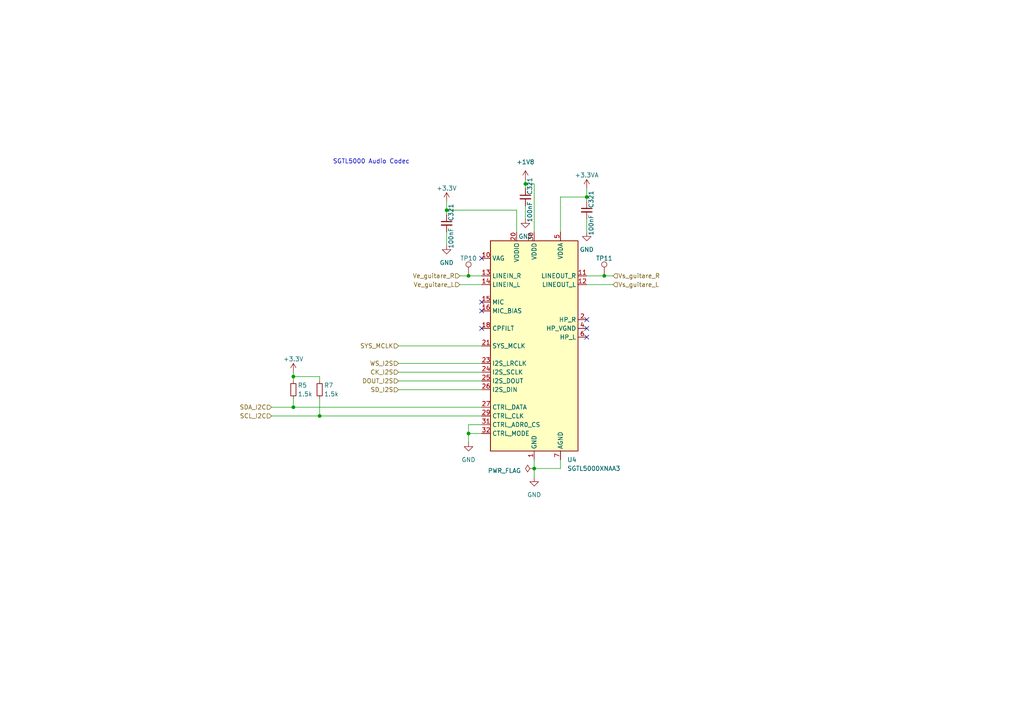
<source format=kicad_sch>
(kicad_sch (version 20230121) (generator eeschema)

  (uuid b024afe9-d6f0-4211-a7ad-ba8582d1f1c6)

  (paper "A4")

  (lib_symbols
    (symbol "Audio:SGTL5000XNAA3" (in_bom yes) (on_board yes)
      (property "Reference" "U" (at 0 0 0)
        (effects (font (size 1.27 1.27)))
      )
      (property "Value" "SGTL5000XNAA3" (at -7.62 -31.75 0)
        (effects (font (size 1.27 1.27)))
      )
      (property "Footprint" "Package_DFN_QFN:QFN-32-1EP_5x5mm_P0.5mm_EP3.6x3.6mm" (at 0 0 0)
        (effects (font (size 1.27 1.27)) hide)
      )
      (property "Datasheet" "https://www.nxp.com/docs/en/data-sheet/SGTL5000.pdf" (at 0 0 0)
        (effects (font (size 1.27 1.27)) hide)
      )
      (property "ki_keywords" "Codec" (at 0 0 0)
        (effects (font (size 1.27 1.27)) hide)
      )
      (property "ki_description" "Low Power Stereo Codec with Headphone Amp, QFN-32" (at 0 0 0)
        (effects (font (size 1.27 1.27)) hide)
      )
      (property "ki_fp_filters" "QFN*1EP*5x5mm*P0.5mm*" (at 0 0 0)
        (effects (font (size 1.27 1.27)) hide)
      )
      (symbol "SGTL5000XNAA3_0_1"
        (rectangle (start -12.7 30.48) (end 12.7 -30.48)
          (stroke (width 0.254) (type default))
          (fill (type background))
        )
      )
      (symbol "SGTL5000XNAA3_1_1"
        (pin power_in line (at 0 -33.02 90) (length 2.54)
          (name "GND" (effects (font (size 1.27 1.27))))
          (number "1" (effects (font (size 1.27 1.27))))
        )
        (pin passive line (at -15.24 25.4 0) (length 2.54)
          (name "VAG" (effects (font (size 1.27 1.27))))
          (number "10" (effects (font (size 1.27 1.27))))
        )
        (pin output line (at 15.24 20.32 180) (length 2.54)
          (name "LINEOUT_R" (effects (font (size 1.27 1.27))))
          (number "11" (effects (font (size 1.27 1.27))))
        )
        (pin output line (at 15.24 17.78 180) (length 2.54)
          (name "LINEOUT_L" (effects (font (size 1.27 1.27))))
          (number "12" (effects (font (size 1.27 1.27))))
        )
        (pin input line (at -15.24 20.32 0) (length 2.54)
          (name "LINEIN_R" (effects (font (size 1.27 1.27))))
          (number "13" (effects (font (size 1.27 1.27))))
        )
        (pin input line (at -15.24 17.78 0) (length 2.54)
          (name "LINEIN_L" (effects (font (size 1.27 1.27))))
          (number "14" (effects (font (size 1.27 1.27))))
        )
        (pin input line (at -15.24 12.7 0) (length 2.54)
          (name "MIC" (effects (font (size 1.27 1.27))))
          (number "15" (effects (font (size 1.27 1.27))))
        )
        (pin input line (at -15.24 10.16 0) (length 2.54)
          (name "MIC_BIAS" (effects (font (size 1.27 1.27))))
          (number "16" (effects (font (size 1.27 1.27))))
        )
        (pin no_connect line (at 10.16 -20.32 0) (length 2.54) hide
          (name "NC" (effects (font (size 1.27 1.27))))
          (number "17" (effects (font (size 1.27 1.27))))
        )
        (pin input line (at -15.24 5.08 0) (length 2.54)
          (name "CPFILT" (effects (font (size 1.27 1.27))))
          (number "18" (effects (font (size 1.27 1.27))))
        )
        (pin no_connect line (at 10.16 -2.54 0) (length 2.54) hide
          (name "NC" (effects (font (size 1.27 1.27))))
          (number "19" (effects (font (size 1.27 1.27))))
        )
        (pin output line (at 15.24 7.62 180) (length 2.54)
          (name "HP_R" (effects (font (size 1.27 1.27))))
          (number "2" (effects (font (size 1.27 1.27))))
        )
        (pin power_in line (at -5.08 33.02 270) (length 2.54)
          (name "VDDIO" (effects (font (size 1.27 1.27))))
          (number "20" (effects (font (size 1.27 1.27))))
        )
        (pin input line (at -15.24 0 0) (length 2.54)
          (name "SYS_MCLK" (effects (font (size 1.27 1.27))))
          (number "21" (effects (font (size 1.27 1.27))))
        )
        (pin no_connect line (at 10.16 -5.08 0) (length 2.54) hide
          (name "NC" (effects (font (size 1.27 1.27))))
          (number "22" (effects (font (size 1.27 1.27))))
        )
        (pin input line (at -15.24 -5.08 0) (length 2.54)
          (name "I2S_LRCLK" (effects (font (size 1.27 1.27))))
          (number "23" (effects (font (size 1.27 1.27))))
        )
        (pin input line (at -15.24 -7.62 0) (length 2.54)
          (name "I2S_SCLK" (effects (font (size 1.27 1.27))))
          (number "24" (effects (font (size 1.27 1.27))))
        )
        (pin output line (at -15.24 -10.16 0) (length 2.54)
          (name "I2S_DOUT" (effects (font (size 1.27 1.27))))
          (number "25" (effects (font (size 1.27 1.27))))
        )
        (pin input line (at -15.24 -12.7 0) (length 2.54)
          (name "I2S_DIN" (effects (font (size 1.27 1.27))))
          (number "26" (effects (font (size 1.27 1.27))))
        )
        (pin input line (at -15.24 -17.78 0) (length 2.54)
          (name "CTRL_DATA" (effects (font (size 1.27 1.27))))
          (number "27" (effects (font (size 1.27 1.27))))
        )
        (pin no_connect line (at 10.16 -7.62 0) (length 2.54) hide
          (name "NC" (effects (font (size 1.27 1.27))))
          (number "28" (effects (font (size 1.27 1.27))))
        )
        (pin input line (at -15.24 -20.32 0) (length 2.54)
          (name "CTRL_CLK" (effects (font (size 1.27 1.27))))
          (number "29" (effects (font (size 1.27 1.27))))
        )
        (pin passive line (at 0 -33.02 90) (length 2.54) hide
          (name "GND" (effects (font (size 1.27 1.27))))
          (number "3" (effects (font (size 1.27 1.27))))
        )
        (pin power_in line (at 0 33.02 270) (length 2.54)
          (name "VDDD" (effects (font (size 1.27 1.27))))
          (number "30" (effects (font (size 1.27 1.27))))
        )
        (pin input line (at -15.24 -22.86 0) (length 2.54)
          (name "CTRL_ADR0_CS" (effects (font (size 1.27 1.27))))
          (number "31" (effects (font (size 1.27 1.27))))
        )
        (pin input line (at -15.24 -25.4 0) (length 2.54)
          (name "CTRL_MODE" (effects (font (size 1.27 1.27))))
          (number "32" (effects (font (size 1.27 1.27))))
        )
        (pin passive line (at 0 -33.02 90) (length 2.54) hide
          (name "GND" (effects (font (size 1.27 1.27))))
          (number "33" (effects (font (size 1.27 1.27))))
        )
        (pin power_out line (at 15.24 5.08 180) (length 2.54)
          (name "HP_VGND" (effects (font (size 1.27 1.27))))
          (number "4" (effects (font (size 1.27 1.27))))
        )
        (pin power_in line (at 7.62 33.02 270) (length 2.54)
          (name "VDDA" (effects (font (size 1.27 1.27))))
          (number "5" (effects (font (size 1.27 1.27))))
        )
        (pin output line (at 15.24 2.54 180) (length 2.54)
          (name "HP_L" (effects (font (size 1.27 1.27))))
          (number "6" (effects (font (size 1.27 1.27))))
        )
        (pin power_in line (at 7.62 -33.02 90) (length 2.54)
          (name "AGND" (effects (font (size 1.27 1.27))))
          (number "7" (effects (font (size 1.27 1.27))))
        )
        (pin no_connect line (at 10.16 -15.24 0) (length 2.54) hide
          (name "NC" (effects (font (size 1.27 1.27))))
          (number "8" (effects (font (size 1.27 1.27))))
        )
        (pin no_connect line (at 10.16 -17.78 0) (length 2.54) hide
          (name "NC" (effects (font (size 1.27 1.27))))
          (number "9" (effects (font (size 1.27 1.27))))
        )
      )
    )
    (symbol "Connector:TestPoint" (pin_numbers hide) (pin_names (offset 0.762) hide) (in_bom yes) (on_board yes)
      (property "Reference" "TP" (at 0 6.858 0)
        (effects (font (size 1.27 1.27)))
      )
      (property "Value" "TestPoint" (at 0 5.08 0)
        (effects (font (size 1.27 1.27)))
      )
      (property "Footprint" "" (at 5.08 0 0)
        (effects (font (size 1.27 1.27)) hide)
      )
      (property "Datasheet" "~" (at 5.08 0 0)
        (effects (font (size 1.27 1.27)) hide)
      )
      (property "ki_keywords" "test point tp" (at 0 0 0)
        (effects (font (size 1.27 1.27)) hide)
      )
      (property "ki_description" "test point" (at 0 0 0)
        (effects (font (size 1.27 1.27)) hide)
      )
      (property "ki_fp_filters" "Pin* Test*" (at 0 0 0)
        (effects (font (size 1.27 1.27)) hide)
      )
      (symbol "TestPoint_0_1"
        (circle (center 0 3.302) (radius 0.762)
          (stroke (width 0) (type default))
          (fill (type none))
        )
      )
      (symbol "TestPoint_1_1"
        (pin passive line (at 0 0 90) (length 2.54)
          (name "1" (effects (font (size 1.27 1.27))))
          (number "1" (effects (font (size 1.27 1.27))))
        )
      )
    )
    (symbol "Device:C_Small" (pin_numbers hide) (pin_names (offset 0.254) hide) (in_bom yes) (on_board yes)
      (property "Reference" "C" (at 0.254 1.778 0)
        (effects (font (size 1.27 1.27)) (justify left))
      )
      (property "Value" "C_Small" (at 0.254 -2.032 0)
        (effects (font (size 1.27 1.27)) (justify left))
      )
      (property "Footprint" "" (at 0 0 0)
        (effects (font (size 1.27 1.27)) hide)
      )
      (property "Datasheet" "~" (at 0 0 0)
        (effects (font (size 1.27 1.27)) hide)
      )
      (property "ki_keywords" "capacitor cap" (at 0 0 0)
        (effects (font (size 1.27 1.27)) hide)
      )
      (property "ki_description" "Unpolarized capacitor, small symbol" (at 0 0 0)
        (effects (font (size 1.27 1.27)) hide)
      )
      (property "ki_fp_filters" "C_*" (at 0 0 0)
        (effects (font (size 1.27 1.27)) hide)
      )
      (symbol "C_Small_0_1"
        (polyline
          (pts
            (xy -1.524 -0.508)
            (xy 1.524 -0.508)
          )
          (stroke (width 0.3302) (type default))
          (fill (type none))
        )
        (polyline
          (pts
            (xy -1.524 0.508)
            (xy 1.524 0.508)
          )
          (stroke (width 0.3048) (type default))
          (fill (type none))
        )
      )
      (symbol "C_Small_1_1"
        (pin passive line (at 0 2.54 270) (length 2.032)
          (name "~" (effects (font (size 1.27 1.27))))
          (number "1" (effects (font (size 1.27 1.27))))
        )
        (pin passive line (at 0 -2.54 90) (length 2.032)
          (name "~" (effects (font (size 1.27 1.27))))
          (number "2" (effects (font (size 1.27 1.27))))
        )
      )
    )
    (symbol "Device:R_Small" (pin_numbers hide) (pin_names (offset 0.254) hide) (in_bom yes) (on_board yes)
      (property "Reference" "R" (at 0.762 0.508 0)
        (effects (font (size 1.27 1.27)) (justify left))
      )
      (property "Value" "R_Small" (at 0.762 -1.016 0)
        (effects (font (size 1.27 1.27)) (justify left))
      )
      (property "Footprint" "" (at 0 0 0)
        (effects (font (size 1.27 1.27)) hide)
      )
      (property "Datasheet" "~" (at 0 0 0)
        (effects (font (size 1.27 1.27)) hide)
      )
      (property "ki_keywords" "R resistor" (at 0 0 0)
        (effects (font (size 1.27 1.27)) hide)
      )
      (property "ki_description" "Resistor, small symbol" (at 0 0 0)
        (effects (font (size 1.27 1.27)) hide)
      )
      (property "ki_fp_filters" "R_*" (at 0 0 0)
        (effects (font (size 1.27 1.27)) hide)
      )
      (symbol "R_Small_0_1"
        (rectangle (start -0.762 1.778) (end 0.762 -1.778)
          (stroke (width 0.2032) (type default))
          (fill (type none))
        )
      )
      (symbol "R_Small_1_1"
        (pin passive line (at 0 2.54 270) (length 0.762)
          (name "~" (effects (font (size 1.27 1.27))))
          (number "1" (effects (font (size 1.27 1.27))))
        )
        (pin passive line (at 0 -2.54 90) (length 0.762)
          (name "~" (effects (font (size 1.27 1.27))))
          (number "2" (effects (font (size 1.27 1.27))))
        )
      )
    )
    (symbol "power:+1V8" (power) (pin_names (offset 0)) (in_bom yes) (on_board yes)
      (property "Reference" "#PWR" (at 0 -3.81 0)
        (effects (font (size 1.27 1.27)) hide)
      )
      (property "Value" "+1V8" (at 0 3.556 0)
        (effects (font (size 1.27 1.27)))
      )
      (property "Footprint" "" (at 0 0 0)
        (effects (font (size 1.27 1.27)) hide)
      )
      (property "Datasheet" "" (at 0 0 0)
        (effects (font (size 1.27 1.27)) hide)
      )
      (property "ki_keywords" "global power" (at 0 0 0)
        (effects (font (size 1.27 1.27)) hide)
      )
      (property "ki_description" "Power symbol creates a global label with name \"+1V8\"" (at 0 0 0)
        (effects (font (size 1.27 1.27)) hide)
      )
      (symbol "+1V8_0_1"
        (polyline
          (pts
            (xy -0.762 1.27)
            (xy 0 2.54)
          )
          (stroke (width 0) (type default))
          (fill (type none))
        )
        (polyline
          (pts
            (xy 0 0)
            (xy 0 2.54)
          )
          (stroke (width 0) (type default))
          (fill (type none))
        )
        (polyline
          (pts
            (xy 0 2.54)
            (xy 0.762 1.27)
          )
          (stroke (width 0) (type default))
          (fill (type none))
        )
      )
      (symbol "+1V8_1_1"
        (pin power_in line (at 0 0 90) (length 0) hide
          (name "+1V8" (effects (font (size 1.27 1.27))))
          (number "1" (effects (font (size 1.27 1.27))))
        )
      )
    )
    (symbol "power:+3.3V" (power) (pin_names (offset 0)) (in_bom yes) (on_board yes)
      (property "Reference" "#PWR" (at 0 -3.81 0)
        (effects (font (size 1.27 1.27)) hide)
      )
      (property "Value" "+3.3V" (at 0 3.556 0)
        (effects (font (size 1.27 1.27)))
      )
      (property "Footprint" "" (at 0 0 0)
        (effects (font (size 1.27 1.27)) hide)
      )
      (property "Datasheet" "" (at 0 0 0)
        (effects (font (size 1.27 1.27)) hide)
      )
      (property "ki_keywords" "global power" (at 0 0 0)
        (effects (font (size 1.27 1.27)) hide)
      )
      (property "ki_description" "Power symbol creates a global label with name \"+3.3V\"" (at 0 0 0)
        (effects (font (size 1.27 1.27)) hide)
      )
      (symbol "+3.3V_0_1"
        (polyline
          (pts
            (xy -0.762 1.27)
            (xy 0 2.54)
          )
          (stroke (width 0) (type default))
          (fill (type none))
        )
        (polyline
          (pts
            (xy 0 0)
            (xy 0 2.54)
          )
          (stroke (width 0) (type default))
          (fill (type none))
        )
        (polyline
          (pts
            (xy 0 2.54)
            (xy 0.762 1.27)
          )
          (stroke (width 0) (type default))
          (fill (type none))
        )
      )
      (symbol "+3.3V_1_1"
        (pin power_in line (at 0 0 90) (length 0) hide
          (name "+3.3V" (effects (font (size 1.27 1.27))))
          (number "1" (effects (font (size 1.27 1.27))))
        )
      )
    )
    (symbol "power:+3.3VA" (power) (pin_names (offset 0)) (in_bom yes) (on_board yes)
      (property "Reference" "#PWR" (at 0 -3.81 0)
        (effects (font (size 1.27 1.27)) hide)
      )
      (property "Value" "+3.3VA" (at 0 3.556 0)
        (effects (font (size 1.27 1.27)))
      )
      (property "Footprint" "" (at 0 0 0)
        (effects (font (size 1.27 1.27)) hide)
      )
      (property "Datasheet" "" (at 0 0 0)
        (effects (font (size 1.27 1.27)) hide)
      )
      (property "ki_keywords" "global power" (at 0 0 0)
        (effects (font (size 1.27 1.27)) hide)
      )
      (property "ki_description" "Power symbol creates a global label with name \"+3.3VA\"" (at 0 0 0)
        (effects (font (size 1.27 1.27)) hide)
      )
      (symbol "+3.3VA_0_1"
        (polyline
          (pts
            (xy -0.762 1.27)
            (xy 0 2.54)
          )
          (stroke (width 0) (type default))
          (fill (type none))
        )
        (polyline
          (pts
            (xy 0 0)
            (xy 0 2.54)
          )
          (stroke (width 0) (type default))
          (fill (type none))
        )
        (polyline
          (pts
            (xy 0 2.54)
            (xy 0.762 1.27)
          )
          (stroke (width 0) (type default))
          (fill (type none))
        )
      )
      (symbol "+3.3VA_1_1"
        (pin power_in line (at 0 0 90) (length 0) hide
          (name "+3.3VA" (effects (font (size 1.27 1.27))))
          (number "1" (effects (font (size 1.27 1.27))))
        )
      )
    )
    (symbol "power:GND" (power) (pin_names (offset 0)) (in_bom yes) (on_board yes)
      (property "Reference" "#PWR" (at 0 -6.35 0)
        (effects (font (size 1.27 1.27)) hide)
      )
      (property "Value" "GND" (at 0 -3.81 0)
        (effects (font (size 1.27 1.27)))
      )
      (property "Footprint" "" (at 0 0 0)
        (effects (font (size 1.27 1.27)) hide)
      )
      (property "Datasheet" "" (at 0 0 0)
        (effects (font (size 1.27 1.27)) hide)
      )
      (property "ki_keywords" "global power" (at 0 0 0)
        (effects (font (size 1.27 1.27)) hide)
      )
      (property "ki_description" "Power symbol creates a global label with name \"GND\" , ground" (at 0 0 0)
        (effects (font (size 1.27 1.27)) hide)
      )
      (symbol "GND_0_1"
        (polyline
          (pts
            (xy 0 0)
            (xy 0 -1.27)
            (xy 1.27 -1.27)
            (xy 0 -2.54)
            (xy -1.27 -1.27)
            (xy 0 -1.27)
          )
          (stroke (width 0) (type default))
          (fill (type none))
        )
      )
      (symbol "GND_1_1"
        (pin power_in line (at 0 0 270) (length 0) hide
          (name "GND" (effects (font (size 1.27 1.27))))
          (number "1" (effects (font (size 1.27 1.27))))
        )
      )
    )
    (symbol "power:PWR_FLAG" (power) (pin_numbers hide) (pin_names (offset 0) hide) (in_bom yes) (on_board yes)
      (property "Reference" "#FLG" (at 0 1.905 0)
        (effects (font (size 1.27 1.27)) hide)
      )
      (property "Value" "PWR_FLAG" (at 0 3.81 0)
        (effects (font (size 1.27 1.27)))
      )
      (property "Footprint" "" (at 0 0 0)
        (effects (font (size 1.27 1.27)) hide)
      )
      (property "Datasheet" "~" (at 0 0 0)
        (effects (font (size 1.27 1.27)) hide)
      )
      (property "ki_keywords" "flag power" (at 0 0 0)
        (effects (font (size 1.27 1.27)) hide)
      )
      (property "ki_description" "Special symbol for telling ERC where power comes from" (at 0 0 0)
        (effects (font (size 1.27 1.27)) hide)
      )
      (symbol "PWR_FLAG_0_0"
        (pin power_out line (at 0 0 90) (length 0)
          (name "pwr" (effects (font (size 1.27 1.27))))
          (number "1" (effects (font (size 1.27 1.27))))
        )
      )
      (symbol "PWR_FLAG_0_1"
        (polyline
          (pts
            (xy 0 0)
            (xy 0 1.27)
            (xy -1.016 1.905)
            (xy 0 2.54)
            (xy 1.016 1.905)
            (xy 0 1.27)
          )
          (stroke (width 0) (type default))
          (fill (type none))
        )
      )
    )
  )

  (junction (at 92.71 120.65) (diameter 0) (color 0 0 0 0)
    (uuid 040ac007-7479-47d7-8c6a-e775f23a075e)
  )
  (junction (at 135.89 125.73) (diameter 0) (color 0 0 0 0)
    (uuid 2207a7c2-7aec-4e29-8852-f7157cfc588a)
  )
  (junction (at 152.4 53.34) (diameter 0) (color 0 0 0 0)
    (uuid 355d05e2-ea72-41db-9781-eaae76a7cfe1)
  )
  (junction (at 85.09 118.11) (diameter 0) (color 0 0 0 0)
    (uuid 681b1013-798a-4a5d-a3ad-cb8bbed48963)
  )
  (junction (at 170.18 57.15) (diameter 0) (color 0 0 0 0)
    (uuid 95a25aad-c4da-42ac-9f90-cf924e00ff0a)
  )
  (junction (at 85.09 109.22) (diameter 0) (color 0 0 0 0)
    (uuid a90f956a-7f4a-4a11-b3da-d74772a79004)
  )
  (junction (at 129.54 60.96) (diameter 0) (color 0 0 0 0)
    (uuid abc6d31d-4f24-41b3-af52-571ce69825c0)
  )
  (junction (at 154.94 135.89) (diameter 0) (color 0 0 0 0)
    (uuid ca150220-bbb9-462c-83c5-b5341eebe33e)
  )
  (junction (at 175.26 80.01) (diameter 0) (color 0 0 0 0)
    (uuid cc72e0df-4a46-48d2-9cd4-7274b22f39ae)
  )
  (junction (at 135.89 80.01) (diameter 0) (color 0 0 0 0)
    (uuid d5029495-3ab6-4529-bbca-a40b3c0f9df6)
  )

  (no_connect (at 170.18 95.25) (uuid 13750f84-6451-488e-af61-966f2d64764b))
  (no_connect (at 139.7 95.25) (uuid 3f36ca18-afd2-4817-846a-46d844510f64))
  (no_connect (at 139.7 74.93) (uuid 7b1a5a43-6e76-4f80-8121-95e84a83f793))
  (no_connect (at 170.18 92.71) (uuid 99be24d0-b7cb-4c10-b948-46d36c345459))
  (no_connect (at 139.7 87.63) (uuid b9d74f24-3c82-4d2b-aa95-c00301503fb1))
  (no_connect (at 139.7 90.17) (uuid e72d9559-3927-4323-b16d-b65735005735))
  (no_connect (at 170.18 97.79) (uuid f76575e9-72f7-4fe3-9b57-471264c234b5))

  (wire (pts (xy 85.09 109.22) (xy 92.71 109.22))
    (stroke (width 0) (type default))
    (uuid 05d66905-83f5-456b-9310-e45516ae69a2)
  )
  (wire (pts (xy 85.09 107.95) (xy 85.09 109.22))
    (stroke (width 0) (type default))
    (uuid 0bdbabe7-731a-4023-953c-f538899112d6)
  )
  (wire (pts (xy 115.57 107.95) (xy 139.7 107.95))
    (stroke (width 0) (type default))
    (uuid 11bd5a85-1dee-4cc2-9bcb-578de91bbf8d)
  )
  (wire (pts (xy 162.56 57.15) (xy 170.18 57.15))
    (stroke (width 0) (type default))
    (uuid 1774bb55-9a84-4505-b4cb-947b4d55319f)
  )
  (wire (pts (xy 154.94 53.34) (xy 154.94 67.31))
    (stroke (width 0) (type default))
    (uuid 1a748ef0-ef5a-402b-92e3-1756fc82beba)
  )
  (wire (pts (xy 152.4 59.69) (xy 152.4 63.5))
    (stroke (width 0) (type default))
    (uuid 1d54b622-f4af-490d-9fd9-8b521b6c3447)
  )
  (wire (pts (xy 78.74 118.11) (xy 85.09 118.11))
    (stroke (width 0) (type default))
    (uuid 1da50734-5c5f-4647-98d6-6444db347e98)
  )
  (wire (pts (xy 162.56 133.35) (xy 162.56 135.89))
    (stroke (width 0) (type default))
    (uuid 1dbdd621-756d-4939-8112-147fd9cbfe9b)
  )
  (wire (pts (xy 154.94 133.35) (xy 154.94 135.89))
    (stroke (width 0) (type default))
    (uuid 1fd40329-a650-46d9-b42b-d70cfdb17ca6)
  )
  (wire (pts (xy 85.09 118.11) (xy 139.7 118.11))
    (stroke (width 0) (type default))
    (uuid 2386d158-1ef3-44eb-aded-4dc2750e7d54)
  )
  (wire (pts (xy 115.57 110.49) (xy 139.7 110.49))
    (stroke (width 0) (type default))
    (uuid 2b411481-dffb-4df6-8787-8a9874ccbc65)
  )
  (wire (pts (xy 149.86 60.96) (xy 149.86 67.31))
    (stroke (width 0) (type default))
    (uuid 2e450e39-d583-4278-9e47-4cf01d23012c)
  )
  (wire (pts (xy 154.94 135.89) (xy 154.94 138.43))
    (stroke (width 0) (type default))
    (uuid 2eb941af-86d8-4b57-bbe2-d5efb4953322)
  )
  (wire (pts (xy 162.56 57.15) (xy 162.56 67.31))
    (stroke (width 0) (type default))
    (uuid 32feadf1-c153-43b9-b04b-1d5562b56d26)
  )
  (wire (pts (xy 149.86 60.96) (xy 129.54 60.96))
    (stroke (width 0) (type default))
    (uuid 3a6a54a5-7d9f-424d-ac93-41b6c6ddf4c1)
  )
  (wire (pts (xy 170.18 80.01) (xy 175.26 80.01))
    (stroke (width 0) (type default))
    (uuid 3d3e22ef-5188-4879-98e0-59269fba0910)
  )
  (wire (pts (xy 135.89 123.19) (xy 135.89 125.73))
    (stroke (width 0) (type default))
    (uuid 3ee71aef-0417-4f45-b63f-6b2aa1948438)
  )
  (wire (pts (xy 129.54 58.42) (xy 129.54 60.96))
    (stroke (width 0) (type default))
    (uuid 44c0c179-9a14-40b7-b971-21b628e11a93)
  )
  (wire (pts (xy 170.18 57.15) (xy 170.18 58.42))
    (stroke (width 0) (type default))
    (uuid 467bf794-db11-4436-b9e6-faeef0105429)
  )
  (wire (pts (xy 129.54 60.96) (xy 129.54 62.23))
    (stroke (width 0) (type default))
    (uuid 4b9e414f-f0a7-4f55-8ffa-b56e303fa879)
  )
  (wire (pts (xy 92.71 109.22) (xy 92.71 110.49))
    (stroke (width 0) (type default))
    (uuid 4e0c6427-1894-4c55-975d-95fca47dd768)
  )
  (wire (pts (xy 92.71 120.65) (xy 139.7 120.65))
    (stroke (width 0) (type default))
    (uuid 55b6e823-2ec5-4046-b29a-147a37821573)
  )
  (wire (pts (xy 175.26 80.01) (xy 177.8 80.01))
    (stroke (width 0) (type default))
    (uuid 5642f3a1-8ce3-4f70-a8d8-4d523d1d1a2a)
  )
  (wire (pts (xy 135.89 80.01) (xy 139.7 80.01))
    (stroke (width 0) (type default))
    (uuid 56455370-67cd-4856-b0a9-5625a5de5ebb)
  )
  (wire (pts (xy 92.71 115.57) (xy 92.71 120.65))
    (stroke (width 0) (type default))
    (uuid 57974468-fdce-4840-8f55-dfcb951554ec)
  )
  (wire (pts (xy 85.09 109.22) (xy 85.09 110.49))
    (stroke (width 0) (type default))
    (uuid 5daa0111-20db-4618-bc1f-87ffc9008c5f)
  )
  (wire (pts (xy 154.94 53.34) (xy 152.4 53.34))
    (stroke (width 0) (type default))
    (uuid 5f211747-707d-46fc-b3b1-0b25b92e5364)
  )
  (wire (pts (xy 85.09 115.57) (xy 85.09 118.11))
    (stroke (width 0) (type default))
    (uuid 625162d7-87b2-43f7-b651-f3014450196a)
  )
  (wire (pts (xy 115.57 113.03) (xy 139.7 113.03))
    (stroke (width 0) (type default))
    (uuid 716e4cb7-eb28-4a37-9256-194b74a1bcb2)
  )
  (wire (pts (xy 78.74 120.65) (xy 92.71 120.65))
    (stroke (width 0) (type default))
    (uuid 7d60afc8-de04-493c-a2fd-508bbb563848)
  )
  (wire (pts (xy 170.18 82.55) (xy 177.8 82.55))
    (stroke (width 0) (type default))
    (uuid 7f94ce61-0214-4d8d-bb75-59af853c785e)
  )
  (wire (pts (xy 139.7 123.19) (xy 135.89 123.19))
    (stroke (width 0) (type default))
    (uuid 8fa1145d-7b4f-4c17-9f57-03c94d163cd0)
  )
  (wire (pts (xy 152.4 53.34) (xy 152.4 54.61))
    (stroke (width 0) (type default))
    (uuid b6e35c42-4d64-40bd-a17a-5994f0d6fde2)
  )
  (wire (pts (xy 135.89 125.73) (xy 135.89 128.27))
    (stroke (width 0) (type default))
    (uuid badea640-e090-40dc-b39d-0958086c7779)
  )
  (wire (pts (xy 170.18 54.61) (xy 170.18 57.15))
    (stroke (width 0) (type default))
    (uuid c3f5015e-5399-446e-972c-2f95dbd7f193)
  )
  (wire (pts (xy 170.18 63.5) (xy 170.18 67.31))
    (stroke (width 0) (type default))
    (uuid c55d8800-ab00-4429-bbf0-40a77f11bae8)
  )
  (wire (pts (xy 154.94 135.89) (xy 162.56 135.89))
    (stroke (width 0) (type default))
    (uuid ceb87793-4932-44d0-a065-0875094558e4)
  )
  (wire (pts (xy 129.54 67.31) (xy 129.54 71.12))
    (stroke (width 0) (type default))
    (uuid e669c96b-6fbe-4a0c-bddd-329a3f6c026a)
  )
  (wire (pts (xy 135.89 125.73) (xy 139.7 125.73))
    (stroke (width 0) (type default))
    (uuid ee0ff6c6-7e81-4ba0-b286-248c565bc945)
  )
  (wire (pts (xy 133.35 80.01) (xy 135.89 80.01))
    (stroke (width 0) (type default))
    (uuid f0dd3431-eba8-4a8a-b1f9-e8dd64eb52b5)
  )
  (wire (pts (xy 152.4 52.07) (xy 152.4 53.34))
    (stroke (width 0) (type default))
    (uuid f4342581-a803-41bb-b4db-120a826e423b)
  )
  (wire (pts (xy 115.57 100.33) (xy 139.7 100.33))
    (stroke (width 0) (type default))
    (uuid f757820e-ffd7-402a-b1e5-84aefb5d02b6)
  )
  (wire (pts (xy 133.35 82.55) (xy 139.7 82.55))
    (stroke (width 0) (type default))
    (uuid fa07ac6f-63c3-47a3-bffb-5462f592ee54)
  )
  (wire (pts (xy 115.57 105.41) (xy 139.7 105.41))
    (stroke (width 0) (type default))
    (uuid fa96088d-d5fd-48e5-8b36-9811ff08de2b)
  )

  (text "SGTL5000 Audio Codec\n\n\n\n \n" (at 96.52 55.88 0)
    (effects (font (size 1.27 1.27)) (justify left bottom))
    (uuid aedff9ba-9747-4b1d-823a-709d2b92f513)
  )

  (hierarchical_label "DOUT_I2S" (shape input) (at 115.57 110.49 180) (fields_autoplaced)
    (effects (font (size 1.27 1.27)) (justify right))
    (uuid 5659129d-c02e-4af2-a0fd-1539b3edd5cb)
    (property "Intersheetrefs" "${INTERSHEET_REFS}" (at 103.7742 110.49 0)
      (effects (font (size 1.27 1.27)) (justify right) hide)
    )
  )
  (hierarchical_label "SCL_I2C" (shape input) (at 78.74 120.65 180) (fields_autoplaced)
    (effects (font (size 1.27 1.27)) (justify right))
    (uuid 629f1150-3ca2-4f16-9a41-a891b7828550)
    (property "Intersheetrefs" "${INTERSHEET_REFS}" (at 68.2747 120.65 0)
      (effects (font (size 1.27 1.27)) (justify right) hide)
    )
  )
  (hierarchical_label "SD_I2S" (shape input) (at 115.57 113.03 180) (fields_autoplaced)
    (effects (font (size 1.27 1.27)) (justify right))
    (uuid 6f401595-53f4-42ba-9d23-0c6fa95926ce)
    (property "Intersheetrefs" "${INTERSHEET_REFS}" (at 106.1933 113.03 0)
      (effects (font (size 1.27 1.27)) (justify right) hide)
    )
  )
  (hierarchical_label "Ve_guitare_L" (shape input) (at 133.35 82.55 180) (fields_autoplaced)
    (effects (font (size 1.27 1.27)) (justify right))
    (uuid 825e150b-5dc7-4bde-b6a2-84c5892d9b71)
    (property "Intersheetrefs" "${INTERSHEET_REFS}" (at 118.6514 82.55 0)
      (effects (font (size 1.27 1.27)) (justify right) hide)
    )
  )
  (hierarchical_label "Ve_guitare_R" (shape input) (at 133.35 80.01 180) (fields_autoplaced)
    (effects (font (size 1.27 1.27)) (justify right))
    (uuid a72bd518-ecf5-44e5-a9b8-838d545ea33e)
    (property "Intersheetrefs" "${INTERSHEET_REFS}" (at 118.4095 80.01 0)
      (effects (font (size 1.27 1.27)) (justify right) hide)
    )
  )
  (hierarchical_label "CK_I2S" (shape input) (at 115.57 107.95 180) (fields_autoplaced)
    (effects (font (size 1.27 1.27)) (justify right))
    (uuid a84fed88-d26a-4e10-9997-fbae2c8b726c)
    (property "Intersheetrefs" "${INTERSHEET_REFS}" (at 106.1328 107.95 0)
      (effects (font (size 1.27 1.27)) (justify right) hide)
    )
  )
  (hierarchical_label "SDA_I2C" (shape input) (at 78.74 118.11 180) (fields_autoplaced)
    (effects (font (size 1.27 1.27)) (justify right))
    (uuid aabe3ed2-9569-4a6b-a809-ab61410774a5)
    (property "Intersheetrefs" "${INTERSHEET_REFS}" (at 68.2142 118.11 0)
      (effects (font (size 1.27 1.27)) (justify right) hide)
    )
  )
  (hierarchical_label "Vs_guitare_R" (shape input) (at 177.8 80.01 0) (fields_autoplaced)
    (effects (font (size 1.27 1.27)) (justify left))
    (uuid c8a06648-556c-4a89-bed0-e6e83eff639a)
    (property "Intersheetrefs" "${INTERSHEET_REFS}" (at 192.68 80.01 0)
      (effects (font (size 1.27 1.27)) (justify left) hide)
    )
  )
  (hierarchical_label "SYS_MCLK" (shape input) (at 115.57 100.33 180) (fields_autoplaced)
    (effects (font (size 1.27 1.27)) (justify right))
    (uuid ca178011-5b86-44fc-8728-5190e4bb6862)
    (property "Intersheetrefs" "${INTERSHEET_REFS}" (at 103.1695 100.33 0)
      (effects (font (size 1.27 1.27)) (justify right) hide)
    )
  )
  (hierarchical_label "Vs_guitare_L" (shape input) (at 177.8 82.55 0) (fields_autoplaced)
    (effects (font (size 1.27 1.27)) (justify left))
    (uuid e5777510-9207-4b8d-b91f-88511bddfe5f)
    (property "Intersheetrefs" "${INTERSHEET_REFS}" (at 192.4381 82.55 0)
      (effects (font (size 1.27 1.27)) (justify left) hide)
    )
  )
  (hierarchical_label "WS_I2S" (shape input) (at 115.57 105.41 180) (fields_autoplaced)
    (effects (font (size 1.27 1.27)) (justify right))
    (uuid fff1458e-9a96-4dba-b7d2-c075d8bf9c2d)
    (property "Intersheetrefs" "${INTERSHEET_REFS}" (at 106.0119 105.41 0)
      (effects (font (size 1.27 1.27)) (justify right) hide)
    )
  )

  (symbol (lib_id "power:GND") (at 170.18 67.31 0) (unit 1)
    (in_bom yes) (on_board yes) (dnp no) (fields_autoplaced)
    (uuid 075bc21f-5ea5-4ee3-864c-bfabbffb4e1d)
    (property "Reference" "#PWR030" (at 170.18 73.66 0)
      (effects (font (size 1.27 1.27)) hide)
    )
    (property "Value" "GND" (at 170.18 72.39 0)
      (effects (font (size 1.27 1.27)))
    )
    (property "Footprint" "" (at 170.18 67.31 0)
      (effects (font (size 1.27 1.27)) hide)
    )
    (property "Datasheet" "" (at 170.18 67.31 0)
      (effects (font (size 1.27 1.27)) hide)
    )
    (pin "1" (uuid 1960093a-65e2-4693-af95-0087ac220ffd))
    (instances
      (project "EC"
        (path "/253d96fc-e3e7-475c-97d3-54a32a6a1970"
          (reference "#PWR030") (unit 1)
        )
        (path "/253d96fc-e3e7-475c-97d3-54a32a6a1970/d27a2827-74a7-4246-8a59-7e614adac561"
          (reference "#PWR076") (unit 1)
        )
      )
    )
  )

  (symbol (lib_id "power:+3.3V") (at 129.54 58.42 0) (unit 1)
    (in_bom yes) (on_board yes) (dnp no) (fields_autoplaced)
    (uuid 115a33b4-3519-4384-ad86-3a6b44cb23d8)
    (property "Reference" "#PWR011" (at 129.54 62.23 0)
      (effects (font (size 1.27 1.27)) hide)
    )
    (property "Value" "+3.3V" (at 129.54 54.61 0)
      (effects (font (size 1.27 1.27)))
    )
    (property "Footprint" "" (at 129.54 58.42 0)
      (effects (font (size 1.27 1.27)) hide)
    )
    (property "Datasheet" "" (at 129.54 58.42 0)
      (effects (font (size 1.27 1.27)) hide)
    )
    (pin "1" (uuid f05334d9-6d99-4782-b4f2-5844a6a86fce))
    (instances
      (project "EC"
        (path "/253d96fc-e3e7-475c-97d3-54a32a6a1970"
          (reference "#PWR011") (unit 1)
        )
        (path "/253d96fc-e3e7-475c-97d3-54a32a6a1970/d27a2827-74a7-4246-8a59-7e614adac561"
          (reference "#PWR046") (unit 1)
        )
      )
    )
  )

  (symbol (lib_id "Device:C_Small") (at 129.54 64.77 0) (mirror y) (unit 1)
    (in_bom yes) (on_board yes) (dnp no)
    (uuid 170a8f16-e42c-49de-bcc9-6e414fbe87a5)
    (property "Reference" "C321" (at 130.81 59.055 90)
      (effects (font (size 1.27 1.27)) (justify right))
    )
    (property "Value" "100nF" (at 130.81 66.04 90)
      (effects (font (size 1.27 1.27)) (justify right))
    )
    (property "Footprint" "Capacitor_SMD:C_0402_1005Metric_Pad0.74x0.62mm_HandSolder" (at 129.54 64.77 0)
      (effects (font (size 1.27 1.27)) hide)
    )
    (property "Datasheet" "~" (at 129.54 64.77 0)
      (effects (font (size 1.27 1.27)) hide)
    )
    (pin "1" (uuid e8e2c1e7-6e55-4f6b-a5c7-1911d99a6929))
    (pin "2" (uuid bc4d19a0-30cd-4089-859e-ba9edf80beb1))
    (instances
      (project "stm32f446"
        (path "/04477595-6581-45be-afcf-f7e974c5582c"
          (reference "C321") (unit 1)
        )
      )
      (project "EC"
        (path "/253d96fc-e3e7-475c-97d3-54a32a6a1970"
          (reference "C7") (unit 1)
        )
        (path "/253d96fc-e3e7-475c-97d3-54a32a6a1970/d27a2827-74a7-4246-8a59-7e614adac561"
          (reference "C20") (unit 1)
        )
      )
      (project "audio_codec"
        (path "/3540f935-04c6-4343-9dea-becd1b5c41b8"
          (reference "C21") (unit 1)
        )
      )
      (project "STM32F446_memory_demo1"
        (path "/d10f480e-e97b-4ca7-9726-e760006f5bda/00b0349e-9bf6-4d86-8783-f8df71c96935"
          (reference "C321") (unit 1)
        )
      )
    )
  )

  (symbol (lib_id "power:GND") (at 135.89 128.27 0) (unit 1)
    (in_bom yes) (on_board yes) (dnp no) (fields_autoplaced)
    (uuid 495504ed-d355-4d06-8f2e-6b147e0b63f6)
    (property "Reference" "#PWR017" (at 135.89 134.62 0)
      (effects (font (size 1.27 1.27)) hide)
    )
    (property "Value" "GND" (at 135.89 133.35 0)
      (effects (font (size 1.27 1.27)))
    )
    (property "Footprint" "" (at 135.89 128.27 0)
      (effects (font (size 1.27 1.27)) hide)
    )
    (property "Datasheet" "" (at 135.89 128.27 0)
      (effects (font (size 1.27 1.27)) hide)
    )
    (pin "1" (uuid 2be4e1c5-7d28-4972-b242-28ef841e9743))
    (instances
      (project "EC"
        (path "/253d96fc-e3e7-475c-97d3-54a32a6a1970"
          (reference "#PWR017") (unit 1)
        )
        (path "/253d96fc-e3e7-475c-97d3-54a32a6a1970/d27a2827-74a7-4246-8a59-7e614adac561"
          (reference "#PWR068") (unit 1)
        )
      )
    )
  )

  (symbol (lib_id "Connector:TestPoint") (at 135.89 80.01 0) (unit 1)
    (in_bom yes) (on_board yes) (dnp no)
    (uuid 54cb8c69-9388-4cc9-98d5-9e841b170cc9)
    (property "Reference" "TP10" (at 135.89 74.93 0)
      (effects (font (size 1.27 1.27)))
    )
    (property "Value" "TestPoint" (at 138.43 77.9779 0)
      (effects (font (size 1.27 1.27)) (justify left) hide)
    )
    (property "Footprint" "Connector_Pin:Pin_D1.1mm_L8.5mm_W2.5mm_FlatFork" (at 140.97 80.01 0)
      (effects (font (size 1.27 1.27)) hide)
    )
    (property "Datasheet" "~" (at 140.97 80.01 0)
      (effects (font (size 1.27 1.27)) hide)
    )
    (pin "1" (uuid 341c1198-6892-46fb-af98-92e41f99eba4))
    (instances
      (project "EC"
        (path "/253d96fc-e3e7-475c-97d3-54a32a6a1970"
          (reference "TP10") (unit 1)
        )
        (path "/253d96fc-e3e7-475c-97d3-54a32a6a1970/d27a2827-74a7-4246-8a59-7e614adac561"
          (reference "TP34") (unit 1)
        )
      )
      (project "test_SGTL5000"
        (path "/ac48c67b-93af-4f94-918a-70ca90985cf2/0bf4b4e6-cfdc-49c3-a185-97035ce0c8f7"
          (reference "TP502") (unit 1)
        )
      )
    )
  )

  (symbol (lib_id "Device:C_Small") (at 152.4 57.15 0) (mirror y) (unit 1)
    (in_bom yes) (on_board yes) (dnp no)
    (uuid 71784000-4b47-4ff9-9e9f-1d2a1f663380)
    (property "Reference" "C321" (at 153.67 51.435 90)
      (effects (font (size 1.27 1.27)) (justify right))
    )
    (property "Value" "100nF" (at 153.67 58.42 90)
      (effects (font (size 1.27 1.27)) (justify right))
    )
    (property "Footprint" "Capacitor_SMD:C_0402_1005Metric_Pad0.74x0.62mm_HandSolder" (at 152.4 57.15 0)
      (effects (font (size 1.27 1.27)) hide)
    )
    (property "Datasheet" "~" (at 152.4 57.15 0)
      (effects (font (size 1.27 1.27)) hide)
    )
    (pin "1" (uuid c9650366-860f-4030-a4b8-3e86c0f04fe4))
    (pin "2" (uuid e3d1f02f-bdd5-470e-a309-4f4df9a53174))
    (instances
      (project "stm32f446"
        (path "/04477595-6581-45be-afcf-f7e974c5582c"
          (reference "C321") (unit 1)
        )
      )
      (project "EC"
        (path "/253d96fc-e3e7-475c-97d3-54a32a6a1970"
          (reference "C9") (unit 1)
        )
        (path "/253d96fc-e3e7-475c-97d3-54a32a6a1970/d27a2827-74a7-4246-8a59-7e614adac561"
          (reference "C51") (unit 1)
        )
      )
      (project "audio_codec"
        (path "/3540f935-04c6-4343-9dea-becd1b5c41b8"
          (reference "C21") (unit 1)
        )
      )
      (project "STM32F446_memory_demo1"
        (path "/d10f480e-e97b-4ca7-9726-e760006f5bda/00b0349e-9bf6-4d86-8783-f8df71c96935"
          (reference "C321") (unit 1)
        )
      )
    )
  )

  (symbol (lib_id "power:GND") (at 152.4 63.5 0) (unit 1)
    (in_bom yes) (on_board yes) (dnp no) (fields_autoplaced)
    (uuid 8d962a9c-d901-4246-8fd9-caccbb6fd57b)
    (property "Reference" "#PWR08" (at 152.4 69.85 0)
      (effects (font (size 1.27 1.27)) hide)
    )
    (property "Value" "GND" (at 152.4 68.58 0)
      (effects (font (size 1.27 1.27)))
    )
    (property "Footprint" "" (at 152.4 63.5 0)
      (effects (font (size 1.27 1.27)) hide)
    )
    (property "Datasheet" "" (at 152.4 63.5 0)
      (effects (font (size 1.27 1.27)) hide)
    )
    (pin "1" (uuid a6242c8f-575b-498a-892c-db9fc35bb0a2))
    (instances
      (project "EC"
        (path "/253d96fc-e3e7-475c-97d3-54a32a6a1970"
          (reference "#PWR08") (unit 1)
        )
        (path "/253d96fc-e3e7-475c-97d3-54a32a6a1970/d27a2827-74a7-4246-8a59-7e614adac561"
          (reference "#PWR073") (unit 1)
        )
      )
    )
  )

  (symbol (lib_id "power:+3.3V") (at 85.09 107.95 0) (unit 1)
    (in_bom yes) (on_board yes) (dnp no) (fields_autoplaced)
    (uuid 954f7104-132f-4ac7-9617-c229fb0ec236)
    (property "Reference" "#PWR044" (at 85.09 111.76 0)
      (effects (font (size 1.27 1.27)) hide)
    )
    (property "Value" "+3.3V" (at 85.09 104.14 0)
      (effects (font (size 1.27 1.27)))
    )
    (property "Footprint" "" (at 85.09 107.95 0)
      (effects (font (size 1.27 1.27)) hide)
    )
    (property "Datasheet" "" (at 85.09 107.95 0)
      (effects (font (size 1.27 1.27)) hide)
    )
    (pin "1" (uuid f14cc8d8-bd11-4b2c-8b05-70627f39fe4b))
    (instances
      (project "EC"
        (path "/253d96fc-e3e7-475c-97d3-54a32a6a1970/d27a2827-74a7-4246-8a59-7e614adac561"
          (reference "#PWR044") (unit 1)
        )
      )
      (project "audio_iface"
        (path "/84adbf2e-65c7-4710-86f9-725cae0256c9/cdd727d1-dc6e-479c-822a-c88c05fafe87"
          (reference "#PWR0201") (unit 1)
        )
        (path "/84adbf2e-65c7-4710-86f9-725cae0256c9/b36b6a55-ed48-4879-90b2-e55dd522c7e4"
          (reference "#PWR0304") (unit 1)
        )
      )
    )
  )

  (symbol (lib_id "power:GND") (at 129.54 71.12 0) (unit 1)
    (in_bom yes) (on_board yes) (dnp no) (fields_autoplaced)
    (uuid 96c8eb76-4033-47e7-b289-e359b0b86a77)
    (property "Reference" "#PWR028" (at 129.54 77.47 0)
      (effects (font (size 1.27 1.27)) hide)
    )
    (property "Value" "GND" (at 129.54 76.2 0)
      (effects (font (size 1.27 1.27)))
    )
    (property "Footprint" "" (at 129.54 71.12 0)
      (effects (font (size 1.27 1.27)) hide)
    )
    (property "Datasheet" "" (at 129.54 71.12 0)
      (effects (font (size 1.27 1.27)) hide)
    )
    (pin "1" (uuid 291656b8-a71e-4dd0-abfd-d36d59fd1c35))
    (instances
      (project "EC"
        (path "/253d96fc-e3e7-475c-97d3-54a32a6a1970"
          (reference "#PWR028") (unit 1)
        )
        (path "/253d96fc-e3e7-475c-97d3-54a32a6a1970/d27a2827-74a7-4246-8a59-7e614adac561"
          (reference "#PWR067") (unit 1)
        )
      )
    )
  )

  (symbol (lib_id "Device:R_Small") (at 92.71 113.03 0) (unit 1)
    (in_bom yes) (on_board yes) (dnp no)
    (uuid 9ee8ad98-c964-4e4f-aacc-8278e13c491c)
    (property "Reference" "R7" (at 93.98 111.76 0)
      (effects (font (size 1.27 1.27)) (justify left))
    )
    (property "Value" "1.5k" (at 93.98 114.3 0)
      (effects (font (size 1.27 1.27)) (justify left))
    )
    (property "Footprint" "Resistor_SMD:R_0402_1005Metric" (at 92.71 113.03 0)
      (effects (font (size 1.27 1.27)) hide)
    )
    (property "Datasheet" "~" (at 92.71 113.03 0)
      (effects (font (size 1.27 1.27)) hide)
    )
    (pin "1" (uuid f12b00f3-e39b-4370-b08f-118ef96a3d72))
    (pin "2" (uuid 47b8b376-b04d-44d7-9bba-8164ae3c2816))
    (instances
      (project "EC"
        (path "/253d96fc-e3e7-475c-97d3-54a32a6a1970/d27a2827-74a7-4246-8a59-7e614adac561"
          (reference "R7") (unit 1)
        )
      )
      (project "audio_iface"
        (path "/84adbf2e-65c7-4710-86f9-725cae0256c9/f8f73879-1c97-4949-a7e6-1a88ad2aef24"
          (reference "R402") (unit 1)
        )
        (path "/84adbf2e-65c7-4710-86f9-725cae0256c9/b36b6a55-ed48-4879-90b2-e55dd522c7e4"
          (reference "R303") (unit 1)
        )
      )
      (project "test_SGTL5000"
        (path "/ac48c67b-93af-4f94-918a-70ca90985cf2/9cab4440-8408-40f0-b978-06230ea8030a"
          (reference "R402") (unit 1)
        )
      )
    )
  )

  (symbol (lib_id "Device:C_Small") (at 170.18 60.96 0) (mirror y) (unit 1)
    (in_bom yes) (on_board yes) (dnp no)
    (uuid bbf926bc-3eeb-42b1-a48d-fb89384044d9)
    (property "Reference" "C321" (at 171.45 55.245 90)
      (effects (font (size 1.27 1.27)) (justify right))
    )
    (property "Value" "100nF" (at 171.45 62.23 90)
      (effects (font (size 1.27 1.27)) (justify right))
    )
    (property "Footprint" "Capacitor_SMD:C_0402_1005Metric_Pad0.74x0.62mm_HandSolder" (at 170.18 60.96 0)
      (effects (font (size 1.27 1.27)) hide)
    )
    (property "Datasheet" "~" (at 170.18 60.96 0)
      (effects (font (size 1.27 1.27)) hide)
    )
    (pin "1" (uuid bd4cfadb-6722-4b45-ad91-fb1ea18b305e))
    (pin "2" (uuid 13324356-8a81-4be2-a6e6-12fb7daf85f1))
    (instances
      (project "stm32f446"
        (path "/04477595-6581-45be-afcf-f7e974c5582c"
          (reference "C321") (unit 1)
        )
      )
      (project "EC"
        (path "/253d96fc-e3e7-475c-97d3-54a32a6a1970"
          (reference "C8") (unit 1)
        )
        (path "/253d96fc-e3e7-475c-97d3-54a32a6a1970/d27a2827-74a7-4246-8a59-7e614adac561"
          (reference "C50") (unit 1)
        )
      )
      (project "audio_codec"
        (path "/3540f935-04c6-4343-9dea-becd1b5c41b8"
          (reference "C21") (unit 1)
        )
      )
      (project "STM32F446_memory_demo1"
        (path "/d10f480e-e97b-4ca7-9726-e760006f5bda/00b0349e-9bf6-4d86-8783-f8df71c96935"
          (reference "C321") (unit 1)
        )
      )
    )
  )

  (symbol (lib_id "power:GND") (at 154.94 138.43 0) (unit 1)
    (in_bom yes) (on_board yes) (dnp no) (fields_autoplaced)
    (uuid be87ca8b-f5b8-4b72-a772-21330c7f5a89)
    (property "Reference" "#PWR05" (at 154.94 144.78 0)
      (effects (font (size 1.27 1.27)) hide)
    )
    (property "Value" "GND" (at 154.94 143.51 0)
      (effects (font (size 1.27 1.27)))
    )
    (property "Footprint" "" (at 154.94 138.43 0)
      (effects (font (size 1.27 1.27)) hide)
    )
    (property "Datasheet" "" (at 154.94 138.43 0)
      (effects (font (size 1.27 1.27)) hide)
    )
    (pin "1" (uuid e59c9a8a-e6c9-4524-8717-f33b6c4b8982))
    (instances
      (project "EC"
        (path "/253d96fc-e3e7-475c-97d3-54a32a6a1970"
          (reference "#PWR05") (unit 1)
        )
        (path "/253d96fc-e3e7-475c-97d3-54a32a6a1970/d27a2827-74a7-4246-8a59-7e614adac561"
          (reference "#PWR074") (unit 1)
        )
      )
    )
  )

  (symbol (lib_id "Device:R_Small") (at 85.09 113.03 0) (unit 1)
    (in_bom yes) (on_board yes) (dnp no)
    (uuid c90c4758-411b-4975-ba22-9f2ef303df13)
    (property "Reference" "R5" (at 86.36 111.76 0)
      (effects (font (size 1.27 1.27)) (justify left))
    )
    (property "Value" "1.5k" (at 86.36 114.3 0)
      (effects (font (size 1.27 1.27)) (justify left))
    )
    (property "Footprint" "Resistor_SMD:R_0402_1005Metric" (at 85.09 113.03 0)
      (effects (font (size 1.27 1.27)) hide)
    )
    (property "Datasheet" "~" (at 85.09 113.03 0)
      (effects (font (size 1.27 1.27)) hide)
    )
    (pin "1" (uuid 00670baf-a43c-4eec-b97d-9155c23fd69b))
    (pin "2" (uuid 6eb2435a-4b98-4fcb-9b79-763f3b183bac))
    (instances
      (project "EC"
        (path "/253d96fc-e3e7-475c-97d3-54a32a6a1970/d27a2827-74a7-4246-8a59-7e614adac561"
          (reference "R5") (unit 1)
        )
      )
      (project "audio_iface"
        (path "/84adbf2e-65c7-4710-86f9-725cae0256c9/f8f73879-1c97-4949-a7e6-1a88ad2aef24"
          (reference "R401") (unit 1)
        )
        (path "/84adbf2e-65c7-4710-86f9-725cae0256c9/b36b6a55-ed48-4879-90b2-e55dd522c7e4"
          (reference "R302") (unit 1)
        )
      )
      (project "test_SGTL5000"
        (path "/ac48c67b-93af-4f94-918a-70ca90985cf2/9cab4440-8408-40f0-b978-06230ea8030a"
          (reference "R401") (unit 1)
        )
      )
    )
  )

  (symbol (lib_id "Audio:SGTL5000XNAA3") (at 154.94 100.33 0) (unit 1)
    (in_bom yes) (on_board yes) (dnp no) (fields_autoplaced)
    (uuid da8e8e45-e0f5-40b0-8b4f-b2f3f6eabe55)
    (property "Reference" "U4" (at 164.5159 133.35 0)
      (effects (font (size 1.27 1.27)) (justify left))
    )
    (property "Value" "SGTL5000XNAA3" (at 164.5159 135.89 0)
      (effects (font (size 1.27 1.27)) (justify left))
    )
    (property "Footprint" "Package_DFN_QFN:QFN-32-1EP_5x5mm_P0.5mm_EP3.6x3.6mm" (at 154.94 100.33 0)
      (effects (font (size 1.27 1.27)) hide)
    )
    (property "Datasheet" "https://www.nxp.com/docs/en/data-sheet/SGTL5000.pdf" (at 154.94 100.33 0)
      (effects (font (size 1.27 1.27)) hide)
    )
    (pin "1" (uuid b1736e02-673a-461c-8fc7-d6e3f722bc1d))
    (pin "10" (uuid 0ef1ad6a-e58c-4e96-ab63-893694909d2a))
    (pin "11" (uuid 4775d32d-a2a8-4b49-892e-c934c633fcb9))
    (pin "12" (uuid 8834762b-ec46-4e65-a084-33243bd686ef))
    (pin "13" (uuid fecebba6-47fa-4c42-b916-3b6baf407b4c))
    (pin "14" (uuid 7715ed7f-d8d0-46b9-a258-0d92fae5ae06))
    (pin "15" (uuid f2ecc115-5658-44a1-a78f-4f0981070430))
    (pin "16" (uuid bcac2e57-60e5-4e59-bad4-2ede1a62812f))
    (pin "17" (uuid 7d342ace-4d6c-4bec-b661-54f4aa3058a0))
    (pin "18" (uuid 587a9e53-1bbd-4b86-b1dd-5784c5a7380f))
    (pin "19" (uuid e467e70e-08bd-49b4-8186-7efba2374cd0))
    (pin "2" (uuid fd96861b-0571-4c62-bcb6-3fc404bce070))
    (pin "20" (uuid ce6acc2d-cc2c-4a53-b238-22b92acf2c61))
    (pin "21" (uuid 9b9776f5-52e7-420c-a379-62451dd2b869))
    (pin "22" (uuid 1177d7bd-f813-4789-89ed-339a75159c0d))
    (pin "23" (uuid 5c315d40-6acc-47e0-b634-8e5ef80d9f6b))
    (pin "24" (uuid e9473dc3-f3da-4cd9-aa04-59c9302523d2))
    (pin "25" (uuid 34ab0296-0c1f-418b-999d-e4de248a4492))
    (pin "26" (uuid 02307998-b987-4ee7-b862-d4c95526e6f8))
    (pin "27" (uuid 2292a95f-fb33-42b0-9299-4427041e59f4))
    (pin "28" (uuid d04c38a6-1de8-4523-b7b6-fe7bdf0450b6))
    (pin "29" (uuid 76e88db4-5415-4fe2-8267-882149cfcec4))
    (pin "3" (uuid 74a3baf6-ffbe-49a2-ade8-d803c09d76ec))
    (pin "30" (uuid bb3120a6-1e6c-4b0a-8ed1-bced4e93678e))
    (pin "31" (uuid b5e167e9-bb12-4496-8fce-2366304080ec))
    (pin "32" (uuid fdba9367-bfaa-4dad-a8e1-1c525a0e9a92))
    (pin "33" (uuid 5ba19ddc-d9f4-405d-8bc5-b8f9987b1fa9))
    (pin "4" (uuid 676f2a89-94a5-45aa-91f4-d0b2bed5384b))
    (pin "5" (uuid 1c3d16e3-d548-43de-ad12-640fc69a35c3))
    (pin "6" (uuid 989cc57d-d9d7-4bd0-9087-f4f35224e868))
    (pin "7" (uuid 32eb1a4d-d72e-473c-8f65-7b4a91e4172c))
    (pin "8" (uuid 94f4e2aa-c2f0-4493-95b5-989cf36d57ba))
    (pin "9" (uuid 087fa9d2-017f-4e45-a64a-796652acbc68))
    (instances
      (project "EC"
        (path "/253d96fc-e3e7-475c-97d3-54a32a6a1970"
          (reference "U4") (unit 1)
        )
        (path "/253d96fc-e3e7-475c-97d3-54a32a6a1970/d27a2827-74a7-4246-8a59-7e614adac561"
          (reference "U7") (unit 1)
        )
      )
    )
  )

  (symbol (lib_id "Connector:TestPoint") (at 175.26 80.01 0) (unit 1)
    (in_bom yes) (on_board yes) (dnp no)
    (uuid e4847951-7ad5-47bb-8866-300936c49f19)
    (property "Reference" "TP11" (at 175.26 74.93 0)
      (effects (font (size 1.27 1.27)))
    )
    (property "Value" "TestPoint" (at 177.8 77.9779 0)
      (effects (font (size 1.27 1.27)) (justify left) hide)
    )
    (property "Footprint" "Connector_Pin:Pin_D1.1mm_L8.5mm_W2.5mm_FlatFork" (at 180.34 80.01 0)
      (effects (font (size 1.27 1.27)) hide)
    )
    (property "Datasheet" "~" (at 180.34 80.01 0)
      (effects (font (size 1.27 1.27)) hide)
    )
    (pin "1" (uuid 8a61ceeb-f2ee-45b6-a92e-24e6351a0689))
    (instances
      (project "EC"
        (path "/253d96fc-e3e7-475c-97d3-54a32a6a1970"
          (reference "TP11") (unit 1)
        )
        (path "/253d96fc-e3e7-475c-97d3-54a32a6a1970/d27a2827-74a7-4246-8a59-7e614adac561"
          (reference "TP35") (unit 1)
        )
      )
      (project "test_SGTL5000"
        (path "/ac48c67b-93af-4f94-918a-70ca90985cf2/0bf4b4e6-cfdc-49c3-a185-97035ce0c8f7"
          (reference "TP502") (unit 1)
        )
      )
    )
  )

  (symbol (lib_id "power:+1V8") (at 152.4 52.07 0) (unit 1)
    (in_bom yes) (on_board yes) (dnp no)
    (uuid f0fd3b68-893e-4450-bbce-f754f092b81e)
    (property "Reference" "#PWR03" (at 152.4 55.88 0)
      (effects (font (size 1.27 1.27)) hide)
    )
    (property "Value" "+1V8" (at 152.4 46.99 0)
      (effects (font (size 1.27 1.27)))
    )
    (property "Footprint" "" (at 152.4 52.07 0)
      (effects (font (size 1.27 1.27)) hide)
    )
    (property "Datasheet" "" (at 152.4 52.07 0)
      (effects (font (size 1.27 1.27)) hide)
    )
    (pin "1" (uuid 299aa523-0fbe-4d54-9f8c-67448e2cc9d9))
    (instances
      (project "EC"
        (path "/253d96fc-e3e7-475c-97d3-54a32a6a1970"
          (reference "#PWR03") (unit 1)
        )
        (path "/253d96fc-e3e7-475c-97d3-54a32a6a1970/d27a2827-74a7-4246-8a59-7e614adac561"
          (reference "#PWR072") (unit 1)
        )
      )
      (project "audio_iface"
        (path "/84adbf2e-65c7-4710-86f9-725cae0256c9/b36b6a55-ed48-4879-90b2-e55dd522c7e4"
          (reference "#PWR0317") (unit 1)
        )
      )
      (project "test_SGTL5000"
        (path "/ac48c67b-93af-4f94-918a-70ca90985cf2/d2414c4b-c9dc-4ff1-bd0c-dd0a9fa63561"
          (reference "#PWR0307") (unit 1)
        )
      )
    )
  )

  (symbol (lib_id "power:PWR_FLAG") (at 154.94 135.89 90) (unit 1)
    (in_bom yes) (on_board yes) (dnp no) (fields_autoplaced)
    (uuid f1070b6e-e340-4f9d-a88d-b34a9ab2d323)
    (property "Reference" "#FLG02" (at 153.035 135.89 0)
      (effects (font (size 1.27 1.27)) hide)
    )
    (property "Value" "PWR_FLAG" (at 151.13 136.525 90)
      (effects (font (size 1.27 1.27)) (justify left))
    )
    (property "Footprint" "" (at 154.94 135.89 0)
      (effects (font (size 1.27 1.27)) hide)
    )
    (property "Datasheet" "~" (at 154.94 135.89 0)
      (effects (font (size 1.27 1.27)) hide)
    )
    (pin "1" (uuid 6b4d0eff-149b-4c93-ae74-0706d19b588c))
    (instances
      (project "EC"
        (path "/253d96fc-e3e7-475c-97d3-54a32a6a1970"
          (reference "#FLG02") (unit 1)
        )
        (path "/253d96fc-e3e7-475c-97d3-54a32a6a1970/d27a2827-74a7-4246-8a59-7e614adac561"
          (reference "#FLG03") (unit 1)
        )
      )
    )
  )

  (symbol (lib_id "power:+3.3VA") (at 170.18 54.61 0) (unit 1)
    (in_bom yes) (on_board yes) (dnp no) (fields_autoplaced)
    (uuid fe121eed-eb8b-43c1-9724-d26e25609493)
    (property "Reference" "#PWR058" (at 170.18 58.42 0)
      (effects (font (size 1.27 1.27)) hide)
    )
    (property "Value" "+3.3VA" (at 170.18 50.8 0)
      (effects (font (size 1.27 1.27)))
    )
    (property "Footprint" "" (at 170.18 54.61 0)
      (effects (font (size 1.27 1.27)) hide)
    )
    (property "Datasheet" "" (at 170.18 54.61 0)
      (effects (font (size 1.27 1.27)) hide)
    )
    (pin "1" (uuid a6736452-01e5-4d99-a362-0a79a128febe))
    (instances
      (project "EC"
        (path "/253d96fc-e3e7-475c-97d3-54a32a6a1970"
          (reference "#PWR058") (unit 1)
        )
        (path "/253d96fc-e3e7-475c-97d3-54a32a6a1970/6deb9505-40af-435b-b7d2-e04b3e555ea3"
          (reference "#PWR022") (unit 1)
        )
        (path "/253d96fc-e3e7-475c-97d3-54a32a6a1970/d27a2827-74a7-4246-8a59-7e614adac561"
          (reference "#PWR060") (unit 1)
        )
      )
    )
  )
)

</source>
